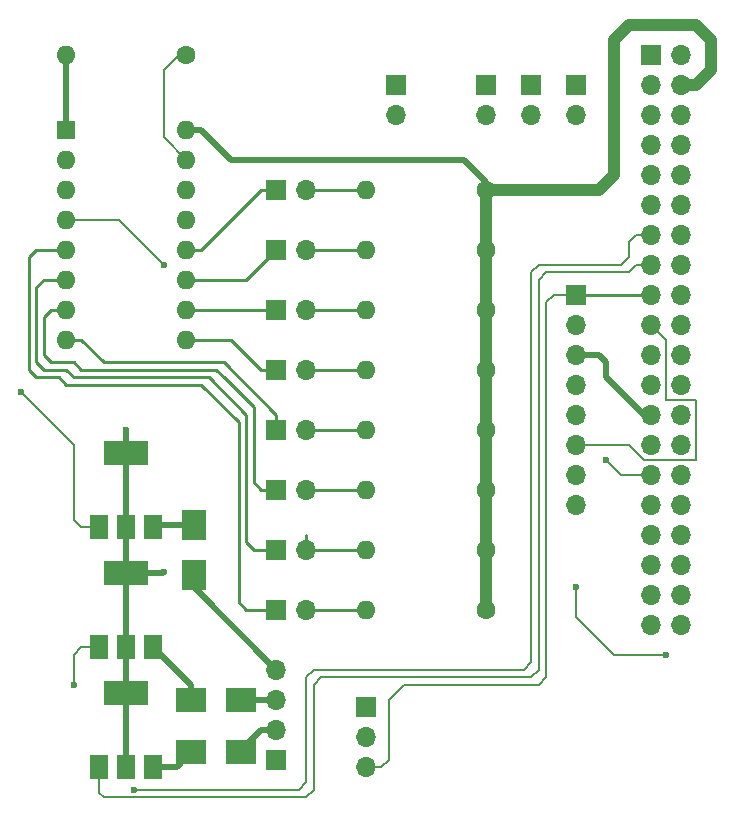
<source format=gbr>
G04 #@! TF.FileFunction,Copper,L1,Top,Signal*
%FSLAX46Y46*%
G04 Gerber Fmt 4.6, Leading zero omitted, Abs format (unit mm)*
G04 Created by KiCad (PCBNEW 4.0.6) date Thu Nov 23 01:41:39 2017*
%MOMM*%
%LPD*%
G01*
G04 APERTURE LIST*
%ADD10C,0.100000*%
%ADD11R,1.700000X1.700000*%
%ADD12O,1.700000X1.700000*%
%ADD13R,3.800000X2.000000*%
%ADD14R,1.500000X2.000000*%
%ADD15C,1.600000*%
%ADD16O,1.600000X1.600000*%
%ADD17R,1.600000X1.600000*%
%ADD18R,2.030000X2.650000*%
%ADD19R,2.650000X2.030000*%
%ADD20C,0.600000*%
%ADD21C,0.500000*%
%ADD22C,1.000000*%
%ADD23C,0.200000*%
%ADD24C,0.250000*%
G04 APERTURE END LIST*
D10*
D11*
X148590000Y-151130000D03*
D12*
X148590000Y-148590000D03*
X148590000Y-146050000D03*
X148590000Y-143510000D03*
D11*
X180340000Y-91440000D03*
D12*
X182880000Y-91440000D03*
X180340000Y-93980000D03*
X182880000Y-93980000D03*
X180340000Y-96520000D03*
X182880000Y-96520000D03*
X180340000Y-99060000D03*
X182880000Y-99060000D03*
X180340000Y-101600000D03*
X182880000Y-101600000D03*
X180340000Y-104140000D03*
X182880000Y-104140000D03*
X180340000Y-106680000D03*
X182880000Y-106680000D03*
X180340000Y-109220000D03*
X182880000Y-109220000D03*
X180340000Y-111760000D03*
X182880000Y-111760000D03*
X180340000Y-114300000D03*
X182880000Y-114300000D03*
X180340000Y-116840000D03*
X182880000Y-116840000D03*
X180340000Y-119380000D03*
X182880000Y-119380000D03*
X180340000Y-121920000D03*
X182880000Y-121920000D03*
X180340000Y-124460000D03*
X182880000Y-124460000D03*
X180340000Y-127000000D03*
X182880000Y-127000000D03*
X180340000Y-129540000D03*
X182880000Y-129540000D03*
X180340000Y-132080000D03*
X182880000Y-132080000D03*
X180340000Y-134620000D03*
X182880000Y-134620000D03*
X180340000Y-137160000D03*
X182880000Y-137160000D03*
X180340000Y-139700000D03*
X182880000Y-139700000D03*
D11*
X156210000Y-146685000D03*
D12*
X156210000Y-149225000D03*
X156210000Y-151765000D03*
D11*
X173990000Y-93980000D03*
D12*
X173990000Y-96520000D03*
D11*
X158750000Y-93980000D03*
D12*
X158750000Y-96520000D03*
D11*
X170180000Y-93980000D03*
D12*
X170180000Y-96520000D03*
D11*
X166370000Y-93980000D03*
D12*
X166370000Y-96520000D03*
D11*
X148590000Y-138430000D03*
D12*
X151130000Y-138430000D03*
D11*
X148590000Y-133350000D03*
D12*
X151130000Y-133350000D03*
D11*
X148590000Y-128270000D03*
D12*
X151130000Y-128270000D03*
D11*
X148590000Y-123190000D03*
D12*
X151130000Y-123190000D03*
D11*
X148590000Y-118110000D03*
D12*
X151130000Y-118110000D03*
D11*
X148590000Y-113030000D03*
D12*
X151130000Y-113030000D03*
D11*
X148590000Y-107950000D03*
D12*
X151130000Y-107950000D03*
D11*
X148590000Y-102870000D03*
D12*
X151130000Y-102870000D03*
D13*
X135890000Y-125120000D03*
D14*
X135890000Y-131420000D03*
X138190000Y-131420000D03*
X133590000Y-131420000D03*
D13*
X135890000Y-135280000D03*
D14*
X135890000Y-141580000D03*
X138190000Y-141580000D03*
X133590000Y-141580000D03*
D13*
X135890000Y-145440000D03*
D14*
X135890000Y-151740000D03*
X138190000Y-151740000D03*
X133590000Y-151740000D03*
D15*
X140970000Y-91440000D03*
D16*
X130810000Y-91440000D03*
D15*
X166370000Y-138430000D03*
D16*
X156210000Y-138430000D03*
D15*
X166370000Y-133350000D03*
D16*
X156210000Y-133350000D03*
D15*
X166370000Y-128270000D03*
D16*
X156210000Y-128270000D03*
D15*
X166370000Y-123190000D03*
D16*
X156210000Y-123190000D03*
D15*
X166370000Y-118110000D03*
D16*
X156210000Y-118110000D03*
D15*
X166370000Y-113030000D03*
D16*
X156210000Y-113030000D03*
D15*
X166370000Y-107950000D03*
D16*
X156210000Y-107950000D03*
D15*
X166370000Y-102870000D03*
D16*
X156210000Y-102870000D03*
D11*
X173990000Y-111760000D03*
D12*
X173990000Y-114300000D03*
X173990000Y-116840000D03*
X173990000Y-119380000D03*
X173990000Y-121920000D03*
X173990000Y-124460000D03*
X173990000Y-127000000D03*
X173990000Y-129540000D03*
D17*
X130810000Y-97790000D03*
D16*
X140970000Y-115570000D03*
X130810000Y-100330000D03*
X140970000Y-113030000D03*
X130810000Y-102870000D03*
X140970000Y-110490000D03*
X130810000Y-105410000D03*
X140970000Y-107950000D03*
X130810000Y-107950000D03*
X140970000Y-105410000D03*
X130810000Y-110490000D03*
X140970000Y-102870000D03*
X130810000Y-113030000D03*
X140970000Y-100330000D03*
X130810000Y-115570000D03*
X140970000Y-97790000D03*
D18*
X141605000Y-131260000D03*
X141605000Y-135440000D03*
D19*
X141420000Y-146050000D03*
X145600000Y-146050000D03*
X141420000Y-150495000D03*
X145600000Y-150495000D03*
D20*
X139065000Y-135255000D03*
X135890000Y-123190000D03*
X127000000Y-120015000D03*
X131445000Y-144780000D03*
X136525000Y-153670000D03*
X176530000Y-125730000D03*
X139065000Y-109220000D03*
X173990000Y-136525000D03*
X181610000Y-142240000D03*
D21*
X166370000Y-102870000D02*
X166370000Y-102235000D01*
X166370000Y-102235000D02*
X164465000Y-100330000D01*
X142240000Y-97790000D02*
X140970000Y-97790000D01*
X144780000Y-100330000D02*
X142240000Y-97790000D01*
X164465000Y-100330000D02*
X144780000Y-100330000D01*
D22*
X182880000Y-93980000D02*
X184150000Y-93980000D01*
X175895000Y-102870000D02*
X166370000Y-102870000D01*
X177165000Y-101600000D02*
X175895000Y-102870000D01*
X177165000Y-90170000D02*
X177165000Y-101600000D01*
X178435000Y-88900000D02*
X177165000Y-90170000D01*
X184150000Y-88900000D02*
X178435000Y-88900000D01*
X185420000Y-90170000D02*
X184150000Y-88900000D01*
X185420000Y-92710000D02*
X185420000Y-90170000D01*
X184150000Y-93980000D02*
X185420000Y-92710000D01*
X166370000Y-102870000D02*
X166370000Y-107950000D01*
X166370000Y-113030000D02*
X166370000Y-107950000D01*
X166370000Y-138430000D02*
X166370000Y-133350000D01*
X166370000Y-113030000D02*
X166370000Y-118110000D01*
X166370000Y-118110000D02*
X166370000Y-123190000D01*
X166370000Y-123190000D02*
X166370000Y-128270000D01*
X166370000Y-128270000D02*
X166370000Y-133350000D01*
D23*
X173990000Y-111760000D02*
X172085000Y-111760000D01*
X157480000Y-151765000D02*
X156210000Y-151765000D01*
X158115000Y-151130000D02*
X157480000Y-151765000D01*
X158115000Y-146050000D02*
X158115000Y-151130000D01*
X159385000Y-144780000D02*
X158115000Y-146050000D01*
X170815000Y-144780000D02*
X159385000Y-144780000D01*
X171450000Y-144145000D02*
X170815000Y-144780000D01*
X171450000Y-112395000D02*
X171450000Y-144145000D01*
X172085000Y-111760000D02*
X171450000Y-112395000D01*
D24*
X156210000Y-151130000D02*
X155575000Y-151765000D01*
X180340000Y-111760000D02*
X173990000Y-111760000D01*
D21*
X180340000Y-121920000D02*
X179705000Y-121920000D01*
X179705000Y-121920000D02*
X176530000Y-118745000D01*
X176530000Y-118745000D02*
X176530000Y-117475000D01*
X176530000Y-117475000D02*
X175895000Y-116840000D01*
X175895000Y-116840000D02*
X173990000Y-116840000D01*
X130810000Y-91440000D02*
X130810000Y-97790000D01*
X139040000Y-135280000D02*
X135890000Y-135280000D01*
X139065000Y-135255000D02*
X139040000Y-135280000D01*
X135890000Y-125120000D02*
X135890000Y-123190000D01*
X135890000Y-131420000D02*
X135890000Y-125120000D01*
X135890000Y-131420000D02*
X135890000Y-135280000D01*
X135890000Y-145440000D02*
X135890000Y-141580000D01*
X135890000Y-141580000D02*
X135890000Y-135280000D01*
X135890000Y-151740000D02*
X135890000Y-145440000D01*
D23*
X133590000Y-131420000D02*
X132055000Y-131420000D01*
X131445000Y-124460000D02*
X127000000Y-120015000D01*
X131445000Y-130810000D02*
X131445000Y-124460000D01*
X132055000Y-131420000D02*
X131445000Y-130810000D01*
X180340000Y-106680000D02*
X179070000Y-106680000D01*
X132080000Y-141605000D02*
X133565000Y-141605000D01*
X131445000Y-142240000D02*
X132080000Y-141605000D01*
X131445000Y-144780000D02*
X131445000Y-142240000D01*
X150495000Y-153670000D02*
X136525000Y-153670000D01*
X151130000Y-153035000D02*
X150495000Y-153670000D01*
X151130000Y-144145000D02*
X151130000Y-153035000D01*
X151765000Y-143510000D02*
X151130000Y-144145000D01*
X169545000Y-143510000D02*
X151765000Y-143510000D01*
X170180000Y-142875000D02*
X169545000Y-143510000D01*
X170180000Y-109855000D02*
X170180000Y-142875000D01*
X170815000Y-109220000D02*
X170180000Y-109855000D01*
X177800000Y-109220000D02*
X170815000Y-109220000D01*
X178435000Y-108585000D02*
X177800000Y-109220000D01*
X178435000Y-107315000D02*
X178435000Y-108585000D01*
X179070000Y-106680000D02*
X178435000Y-107315000D01*
X133565000Y-141605000D02*
X133590000Y-141580000D01*
X133565000Y-141605000D02*
X133590000Y-141580000D01*
X180340000Y-109220000D02*
X179070000Y-109220000D01*
X133590000Y-153910000D02*
X133590000Y-151740000D01*
X133985000Y-154305000D02*
X133590000Y-153910000D01*
X151130000Y-154305000D02*
X133985000Y-154305000D01*
X151765000Y-153670000D02*
X151130000Y-154305000D01*
X151765000Y-144780000D02*
X151765000Y-153670000D01*
X152400000Y-144145000D02*
X151765000Y-144780000D01*
X170180000Y-144145000D02*
X152400000Y-144145000D01*
X170815000Y-143510000D02*
X170180000Y-144145000D01*
X170815000Y-110490000D02*
X170815000Y-143510000D01*
X171450000Y-109855000D02*
X170815000Y-110490000D01*
X178435000Y-109855000D02*
X171450000Y-109855000D01*
X179070000Y-109220000D02*
X178435000Y-109855000D01*
X180340000Y-114300000D02*
X181610000Y-115570000D01*
X178435000Y-124460000D02*
X173990000Y-124460000D01*
X179705000Y-125730000D02*
X178435000Y-124460000D01*
X184150000Y-125730000D02*
X179705000Y-125730000D01*
X184150000Y-123190000D02*
X184150000Y-125730000D01*
X184150000Y-120650000D02*
X184150000Y-123190000D01*
X181610000Y-120650000D02*
X184150000Y-120650000D01*
X181610000Y-115570000D02*
X181610000Y-120650000D01*
X177800000Y-127000000D02*
X180340000Y-127000000D01*
X176530000Y-125730000D02*
X177800000Y-127000000D01*
X135255000Y-105410000D02*
X130810000Y-105410000D01*
X139065000Y-109220000D02*
X135255000Y-105410000D01*
X173990000Y-139065000D02*
X173990000Y-136525000D01*
X177165000Y-142240000D02*
X173990000Y-139065000D01*
X181610000Y-142240000D02*
X177165000Y-142240000D01*
D24*
X148590000Y-138430000D02*
X146050000Y-138430000D01*
X128270000Y-107950000D02*
X130810000Y-107950000D01*
X127635000Y-108585000D02*
X128270000Y-107950000D01*
X127635000Y-118110000D02*
X127635000Y-108585000D01*
X128270000Y-118745000D02*
X127635000Y-118110000D01*
X130175000Y-118745000D02*
X128270000Y-118745000D01*
X130810000Y-119380000D02*
X130175000Y-118745000D01*
X142240000Y-119380000D02*
X130810000Y-119380000D01*
X145415000Y-122555000D02*
X142240000Y-119380000D01*
X145415000Y-137795000D02*
X145415000Y-122555000D01*
X146050000Y-138430000D02*
X145415000Y-137795000D01*
X156210000Y-138430000D02*
X151130000Y-138430000D01*
X148590000Y-133350000D02*
X146685000Y-133350000D01*
X128905000Y-110490000D02*
X130810000Y-110490000D01*
X128270000Y-111125000D02*
X128905000Y-110490000D01*
X128270000Y-117475000D02*
X128270000Y-111125000D01*
X128905000Y-118110000D02*
X128270000Y-117475000D01*
X130810000Y-118110000D02*
X128905000Y-118110000D01*
X131445000Y-118745000D02*
X130810000Y-118110000D01*
X132080000Y-118745000D02*
X131445000Y-118745000D01*
X142875000Y-118745000D02*
X132080000Y-118745000D01*
X146050000Y-121920000D02*
X142875000Y-118745000D01*
X146050000Y-132715000D02*
X146050000Y-121920000D01*
X146685000Y-133350000D02*
X146050000Y-132715000D01*
X156210000Y-133350000D02*
X151130000Y-133350000D01*
X151130000Y-133350000D02*
X151130000Y-132080000D01*
X148590000Y-128270000D02*
X147320000Y-128270000D01*
X129540000Y-113030000D02*
X130810000Y-113030000D01*
X128905000Y-113665000D02*
X129540000Y-113030000D01*
X128905000Y-116840000D02*
X128905000Y-113665000D01*
X129540000Y-117475000D02*
X128905000Y-116840000D01*
X131445000Y-117475000D02*
X129540000Y-117475000D01*
X132080000Y-118110000D02*
X131445000Y-117475000D01*
X143510000Y-118110000D02*
X132080000Y-118110000D01*
X144145000Y-118745000D02*
X143510000Y-118110000D01*
X146685000Y-121285000D02*
X144145000Y-118745000D01*
X146685000Y-127635000D02*
X146685000Y-121285000D01*
X147320000Y-128270000D02*
X146685000Y-127635000D01*
X151130000Y-128270000D02*
X156210000Y-128270000D01*
X148590000Y-123190000D02*
X148590000Y-121920000D01*
X132080000Y-115570000D02*
X130810000Y-115570000D01*
X133985000Y-117475000D02*
X132080000Y-115570000D01*
X144145000Y-117475000D02*
X133985000Y-117475000D01*
X148590000Y-121920000D02*
X144145000Y-117475000D01*
X156210000Y-123190000D02*
X151130000Y-123190000D01*
X148590000Y-118110000D02*
X147320000Y-118110000D01*
X144780000Y-115570000D02*
X140970000Y-115570000D01*
X147320000Y-118110000D02*
X144780000Y-115570000D01*
X151130000Y-118110000D02*
X156210000Y-118110000D01*
X140970000Y-113030000D02*
X148590000Y-113030000D01*
X156210000Y-113030000D02*
X151130000Y-113030000D01*
X148590000Y-107950000D02*
X146050000Y-110490000D01*
X146050000Y-110490000D02*
X140970000Y-110490000D01*
X151130000Y-107950000D02*
X156210000Y-107950000D01*
X148590000Y-102870000D02*
X147320000Y-102870000D01*
X147320000Y-102870000D02*
X142240000Y-107950000D01*
X142240000Y-107950000D02*
X140970000Y-107950000D01*
X142240000Y-107950000D02*
X140970000Y-107950000D01*
X151130000Y-102870000D02*
X156210000Y-102870000D01*
D23*
X140970000Y-100330000D02*
X139065000Y-98425000D01*
X139065000Y-92710000D02*
X140335000Y-91440000D01*
X139065000Y-98425000D02*
X139065000Y-92710000D01*
X140335000Y-91440000D02*
X140970000Y-91440000D01*
D21*
X141605000Y-131260000D02*
X138350000Y-131260000D01*
X138350000Y-131260000D02*
X138190000Y-131420000D01*
X141605000Y-135440000D02*
X141605000Y-136525000D01*
X141605000Y-136525000D02*
X148590000Y-143510000D01*
X141420000Y-146050000D02*
X141420000Y-144810000D01*
X141420000Y-144810000D02*
X138190000Y-141580000D01*
X145600000Y-146050000D02*
X148590000Y-146050000D01*
X138190000Y-151740000D02*
X140175000Y-151740000D01*
X140175000Y-151740000D02*
X141420000Y-150495000D01*
X145600000Y-150495000D02*
X145600000Y-150310000D01*
X145600000Y-150310000D02*
X147320000Y-148590000D01*
X147320000Y-148590000D02*
X148590000Y-148590000D01*
M02*

</source>
